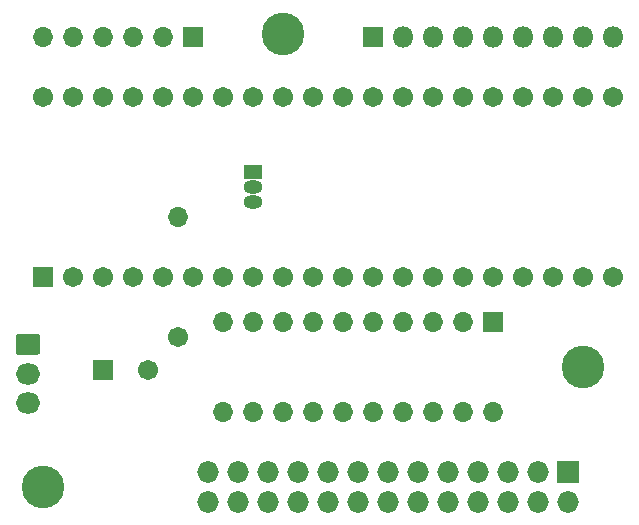
<source format=gbr>
G04 #@! TF.GenerationSoftware,KiCad,Pcbnew,5.1.4+dfsg1-1*
G04 #@! TF.CreationDate,2020-02-29T16:09:42-08:00*
G04 #@! TF.ProjectId,teensy_audio_player_kicad,7465656e-7379-45f6-9175-64696f5f706c,rev?*
G04 #@! TF.SameCoordinates,Original*
G04 #@! TF.FileFunction,Soldermask,Bot*
G04 #@! TF.FilePolarity,Negative*
%FSLAX46Y46*%
G04 Gerber Fmt 4.6, Leading zero omitted, Abs format (unit mm)*
G04 Created by KiCad (PCBNEW 5.1.4+dfsg1-1) date 2020-02-29 16:09:42*
%MOMM*%
%LPD*%
G04 APERTURE LIST*
%ADD10O,1.702000X1.702000*%
%ADD11R,1.702000X1.702000*%
%ADD12C,1.702000*%
%ADD13R,1.602000X1.152000*%
%ADD14O,1.602000X1.152000*%
%ADD15O,1.829200X1.829200*%
%ADD16R,1.829200X1.829200*%
%ADD17C,0.100000*%
%ADD18C,1.802000*%
%ADD19O,2.052000X1.802000*%
%ADD20O,1.802000X1.802000*%
%ADD21R,1.802000X1.802000*%
%ADD22C,3.602000*%
G04 APERTURE END LIST*
D10*
X80010000Y-59690000D03*
X82550000Y-59690000D03*
X85090000Y-59690000D03*
X87630000Y-59690000D03*
X90170000Y-59690000D03*
D11*
X92710000Y-59690000D03*
D12*
X120650000Y-80010000D03*
X123190000Y-80010000D03*
X125730000Y-80010000D03*
X128270000Y-80010000D03*
X118110000Y-80010000D03*
X115570000Y-80010000D03*
X113030000Y-80010000D03*
X128270000Y-64770000D03*
X125730000Y-64770000D03*
X123190000Y-64770000D03*
X120650000Y-64770000D03*
X110490000Y-80010000D03*
X107950000Y-80010000D03*
X105410000Y-80010000D03*
X102870000Y-80010000D03*
X100330000Y-80010000D03*
X97790000Y-80010000D03*
X95250000Y-80010000D03*
X92710000Y-80010000D03*
X90170000Y-80010000D03*
X87630000Y-80010000D03*
X85090000Y-80010000D03*
X82550000Y-80010000D03*
D11*
X80010000Y-80010000D03*
D12*
X118110000Y-64770000D03*
X115570000Y-64770000D03*
X113030000Y-64770000D03*
X110490000Y-64770000D03*
X107950000Y-64770000D03*
X105410000Y-64770000D03*
X102870000Y-64770000D03*
X100330000Y-64770000D03*
X97790000Y-64770000D03*
X95250000Y-64770000D03*
X92710000Y-64770000D03*
X90170000Y-64770000D03*
X87630000Y-64770000D03*
X85090000Y-64770000D03*
X82550000Y-64770000D03*
X80010000Y-64770000D03*
D10*
X91440000Y-74930000D03*
D12*
X91440000Y-85090000D03*
D13*
X97790000Y-71120000D03*
D14*
X97790000Y-73660000D03*
X97790000Y-72390000D03*
D15*
X93980000Y-99060000D03*
X93980000Y-96520000D03*
X96520000Y-99060000D03*
X96520000Y-96520000D03*
X99060000Y-99060000D03*
X99060000Y-96520000D03*
X101600000Y-99060000D03*
X101600000Y-96520000D03*
X104140000Y-99060000D03*
X104140000Y-96520000D03*
X106680000Y-99060000D03*
X106680000Y-96520000D03*
X109220000Y-99060000D03*
X109220000Y-96520000D03*
X111760000Y-99060000D03*
X111760000Y-96520000D03*
X114300000Y-99060000D03*
X114300000Y-96520000D03*
X116840000Y-99060000D03*
X116840000Y-96520000D03*
X119380000Y-99060000D03*
X119380000Y-96520000D03*
X121920000Y-99060000D03*
X121920000Y-96520000D03*
X124460000Y-99060000D03*
D16*
X124460000Y-96520000D03*
D17*
G36*
X79526975Y-84825276D02*
G01*
X79552699Y-84829092D01*
X79577925Y-84835411D01*
X79602411Y-84844172D01*
X79625920Y-84855291D01*
X79648226Y-84868661D01*
X79669114Y-84884152D01*
X79688383Y-84901617D01*
X79705848Y-84920886D01*
X79721339Y-84941774D01*
X79734709Y-84964080D01*
X79745828Y-84987589D01*
X79754589Y-85012075D01*
X79760908Y-85037301D01*
X79764724Y-85063025D01*
X79766000Y-85089000D01*
X79766000Y-86361000D01*
X79764724Y-86386975D01*
X79760908Y-86412699D01*
X79754589Y-86437925D01*
X79745828Y-86462411D01*
X79734709Y-86485920D01*
X79721339Y-86508226D01*
X79705848Y-86529114D01*
X79688383Y-86548383D01*
X79669114Y-86565848D01*
X79648226Y-86581339D01*
X79625920Y-86594709D01*
X79602411Y-86605828D01*
X79577925Y-86614589D01*
X79552699Y-86620908D01*
X79526975Y-86624724D01*
X79501000Y-86626000D01*
X77979000Y-86626000D01*
X77953025Y-86624724D01*
X77927301Y-86620908D01*
X77902075Y-86614589D01*
X77877589Y-86605828D01*
X77854080Y-86594709D01*
X77831774Y-86581339D01*
X77810886Y-86565848D01*
X77791617Y-86548383D01*
X77774152Y-86529114D01*
X77758661Y-86508226D01*
X77745291Y-86485920D01*
X77734172Y-86462411D01*
X77725411Y-86437925D01*
X77719092Y-86412699D01*
X77715276Y-86386975D01*
X77714000Y-86361000D01*
X77714000Y-85089000D01*
X77715276Y-85063025D01*
X77719092Y-85037301D01*
X77725411Y-85012075D01*
X77734172Y-84987589D01*
X77745291Y-84964080D01*
X77758661Y-84941774D01*
X77774152Y-84920886D01*
X77791617Y-84901617D01*
X77810886Y-84884152D01*
X77831774Y-84868661D01*
X77854080Y-84855291D01*
X77877589Y-84844172D01*
X77902075Y-84835411D01*
X77927301Y-84829092D01*
X77953025Y-84825276D01*
X77979000Y-84824000D01*
X79501000Y-84824000D01*
X79526975Y-84825276D01*
X79526975Y-84825276D01*
G37*
D18*
X78740000Y-85725000D03*
D19*
X78740000Y-88225000D03*
X78740000Y-90725000D03*
D11*
X118110000Y-83820000D03*
D10*
X95250000Y-91440000D03*
X115570000Y-83820000D03*
X97790000Y-91440000D03*
X113030000Y-83820000D03*
X100330000Y-91440000D03*
X110490000Y-83820000D03*
X102870000Y-91440000D03*
X107950000Y-83820000D03*
X105410000Y-91440000D03*
X105410000Y-83820000D03*
X107950000Y-91440000D03*
X102870000Y-83820000D03*
X110490000Y-91440000D03*
X100330000Y-83820000D03*
X113030000Y-91440000D03*
X97790000Y-83820000D03*
X115570000Y-91440000D03*
X95250000Y-83820000D03*
X118110000Y-91440000D03*
D11*
X85090000Y-87884000D03*
D12*
X88890000Y-87884000D03*
D20*
X128270000Y-59690000D03*
X125730000Y-59690000D03*
X123190000Y-59690000D03*
X120650000Y-59690000D03*
X118110000Y-59690000D03*
X115570000Y-59690000D03*
X113030000Y-59690000D03*
X110490000Y-59690000D03*
D21*
X107950000Y-59690000D03*
D22*
X80010000Y-97790000D03*
X125730000Y-87630000D03*
X100330000Y-59436000D03*
M02*

</source>
